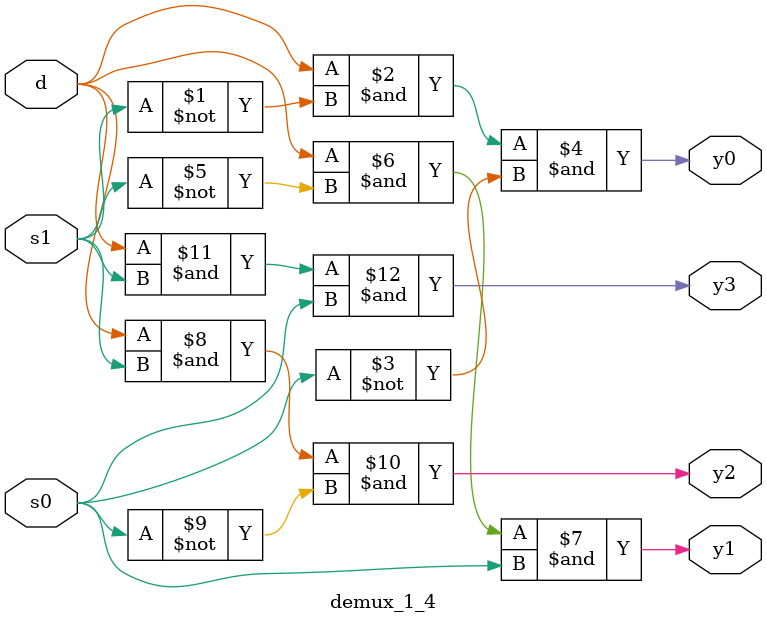
<source format=v>

module demux_1_4 (
    input d,
    input s0, s1,
    output y0, y1, y2, y3
);

// Continuous assignments for each output
assign y0 = d & ~s1 & ~s0;
assign y1 = d & ~s1 & s0;
assign y2 = d & s1 & ~s0;
assign y3 = d & s1 & s0;

endmodule
</source>
